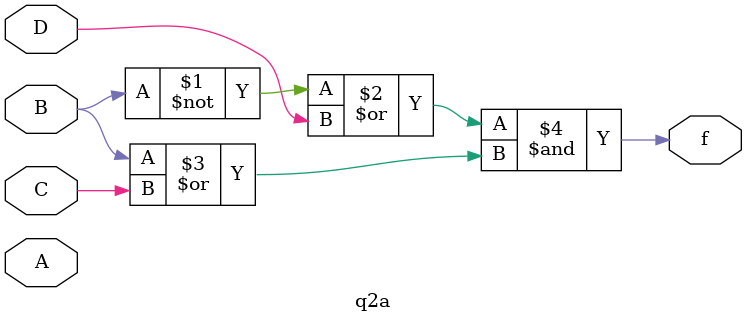
<source format=v>
module q2a(A,B,C,D,f);
input A,B,C,D;
output f;
assign f=(~B|D)&(B|C);
endmodule

</source>
